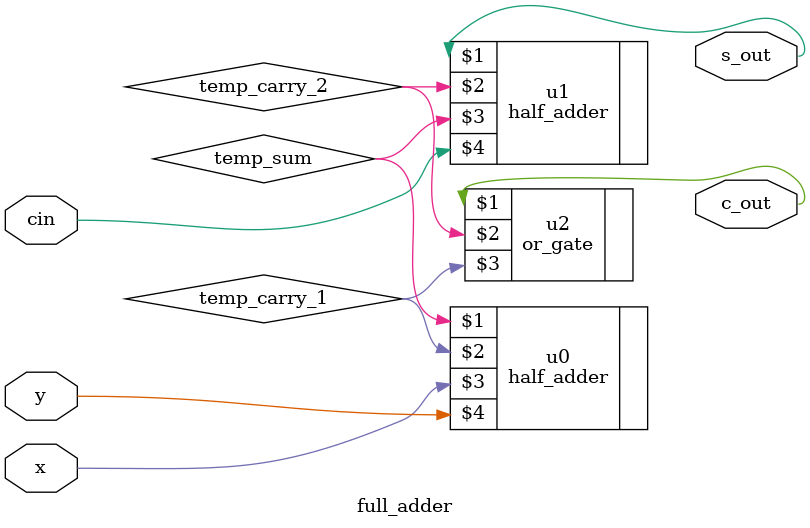
<source format=v>
module full_adder(s_out, c_out, cin, x,y);
 input x,y,cin;
 output s_out, c_out;
 wire temp_sum, temp_carry_1, temp_carry_2;

 half_adder u0(temp_sum, temp_carry_1, x, y);
 half_adder u1(s_out, temp_carry_2 , temp_sum, cin);
 or_gate u2(c_out, temp_carry_2, temp_carry_1);

endmodule

</source>
